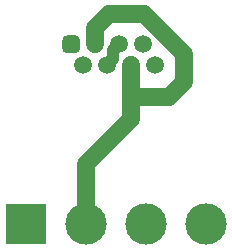
<source format=gbr>
G04 #@! TF.GenerationSoftware,KiCad,Pcbnew,(5.1.9)-1*
G04 #@! TF.CreationDate,2021-09-29T15:50:34-03:00*
G04 #@! TF.ProjectId,RJ45-breakout_1ch,524a3435-2d62-4726-9561-6b6f75745f31,rev?*
G04 #@! TF.SameCoordinates,Original*
G04 #@! TF.FileFunction,Copper,L1,Top*
G04 #@! TF.FilePolarity,Positive*
%FSLAX46Y46*%
G04 Gerber Fmt 4.6, Leading zero omitted, Abs format (unit mm)*
G04 Created by KiCad (PCBNEW (5.1.9)-1) date 2021-09-29 15:50:34*
%MOMM*%
%LPD*%
G01*
G04 APERTURE LIST*
G04 #@! TA.AperFunction,ComponentPad*
%ADD10C,1.500000*%
G04 #@! TD*
G04 #@! TA.AperFunction,ComponentPad*
%ADD11R,3.500000X3.500000*%
G04 #@! TD*
G04 #@! TA.AperFunction,ComponentPad*
%ADD12C,3.500000*%
G04 #@! TD*
G04 #@! TA.AperFunction,Conductor*
%ADD13C,1.524000*%
G04 #@! TD*
G04 #@! TA.AperFunction,Conductor*
%ADD14C,1.016000*%
G04 #@! TD*
G04 APERTURE END LIST*
G04 #@! TO.P,J1,1*
G04 #@! TO.N,Net-(J1-Pad1)*
G04 #@! TA.AperFunction,ComponentPad*
G36*
G01*
X71640000Y-110865000D02*
X71640000Y-110115000D01*
G75*
G02*
X72015000Y-109740000I375000J0D01*
G01*
X72765000Y-109740000D01*
G75*
G02*
X73140000Y-110115000I0J-375000D01*
G01*
X73140000Y-110865000D01*
G75*
G02*
X72765000Y-111240000I-375000J0D01*
G01*
X72015000Y-111240000D01*
G75*
G02*
X71640000Y-110865000I0J375000D01*
G01*
G37*
G04 #@! TD.AperFunction*
D10*
G04 #@! TO.P,J1,3*
G04 #@! TO.N,Net-(J1-Pad3)*
X74422000Y-110490000D03*
G04 #@! TO.P,J1,5*
G04 #@! TO.N,Net-(J1-Pad4)*
X76454000Y-110490000D03*
G04 #@! TO.P,J1,7*
G04 #@! TO.N,Net-(J1-Pad7)*
X78486000Y-110490000D03*
G04 #@! TO.P,J1,2*
G04 #@! TO.N,Net-(J1-Pad1)*
X73406000Y-112270000D03*
G04 #@! TO.P,J1,4*
G04 #@! TO.N,Net-(J1-Pad4)*
X75438000Y-112270000D03*
G04 #@! TO.P,J1,6*
G04 #@! TO.N,Net-(J1-Pad3)*
X77470000Y-112270000D03*
G04 #@! TO.P,J1,8*
G04 #@! TO.N,Net-(J1-Pad7)*
X79502000Y-112270000D03*
G04 #@! TD*
D11*
G04 #@! TO.P,J2,1*
G04 #@! TO.N,Net-(J1-Pad1)*
X68580000Y-125730000D03*
D12*
G04 #@! TO.P,J2,2*
G04 #@! TO.N,Net-(J1-Pad3)*
X73660000Y-125730000D03*
G04 #@! TO.P,J2,3*
G04 #@! TO.N,Net-(J1-Pad4)*
X78740000Y-125730000D03*
G04 #@! TO.P,J2,4*
G04 #@! TO.N,Net-(J1-Pad7)*
X83820000Y-125730000D03*
G04 #@! TD*
D13*
G04 #@! TO.N,Net-(J1-Pad3)*
X73660000Y-120650000D02*
X77470000Y-116840000D01*
X73660000Y-125730000D02*
X73660000Y-120650000D01*
X77470000Y-114300000D02*
X77470000Y-112270000D01*
X77470000Y-116840000D02*
X77470000Y-114300000D01*
X80645000Y-114935000D02*
X77470000Y-114935000D01*
X81915000Y-113665000D02*
X80645000Y-114935000D01*
X81915000Y-111305318D02*
X81915000Y-113665000D01*
X75565000Y-107950000D02*
X78559682Y-107950000D01*
X78559682Y-107950000D02*
X81915000Y-111305318D01*
X74422000Y-109093000D02*
X75565000Y-107950000D01*
X74422000Y-110490000D02*
X74422000Y-109093000D01*
D14*
G04 #@! TO.N,Net-(J1-Pad4)*
X75934001Y-111009999D02*
X76454000Y-110490000D01*
X75934001Y-111773999D02*
X75934001Y-111009999D01*
X75438000Y-112270000D02*
X75934001Y-111773999D01*
G04 #@! TD*
M02*

</source>
